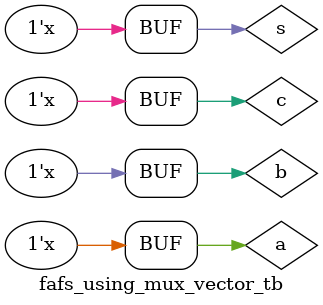
<source format=v>
module fafs_using_mux_vector (
    a,b,c,s,w1,w2,w3,w4,w5,w6,sumdiff,carry,barrow,y0,y1
);

input a,b,c,s;
inout w1,w2,w3,w4,w5,w6,sumdiff,carry,barrow;
output y0,y1;

assign sumdiff=a^b^c;
assign w1=a&b;
assign w2=b&c;
assign w3=a&c;
assign w4=~a;
assign w5=w4&b;
assign w6=w4&c;
assign carry=w1|w2|w3;
assign barrow=w2|w5|w6;
assign y0= s?sumdiff:sumdiff;
assign y1= s?barrow:carry;

    
endmodule

module fafs_using_mux_vector_tb (
    
);
  reg a,b,c,s;
  wire w1,w2,w3,w4,w5,w6,sumdiff,carry,barrow,y0,y1;  

 fafs_using_mux_vector a1(a,b,c,s,w1,w2,w3,w4,w5,w6,sumdiff,carry,barrow,y0,y1);

 initial begin
    a=0;b=0;c=0;
    s=0;
 end
 always #5 c=~c; 
 always #10 b=~b; 
 always #20 a=~a; 
 always #40 s=~s;
endmodule


</source>
